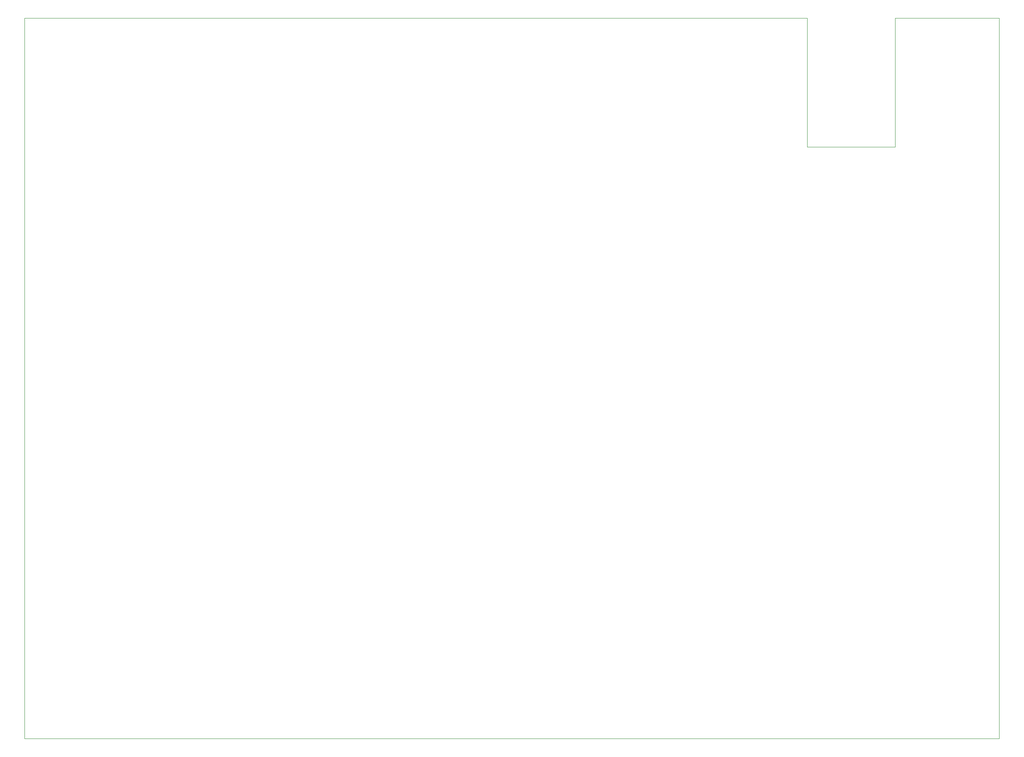
<source format=gm1>
G04 #@! TF.FileFunction,Profile,NP*
%FSLAX46Y46*%
G04 Gerber Fmt 4.6, Leading zero omitted, Abs format (unit mm)*
G04 Created by KiCad (PCBNEW 4.0.5+dfsg1-4) date Wed Feb  8 17:15:58 2017*
%MOMM*%
%LPD*%
G01*
G04 APERTURE LIST*
%ADD10C,0.100000*%
G04 APERTURE END LIST*
D10*
X258000500Y-73152000D02*
X276500000Y-73152000D01*
X257987800Y-46000000D02*
X93000000Y-46000000D01*
X276500000Y-46000000D02*
X298500000Y-46000000D01*
X258000000Y-73152000D02*
X258000000Y-46000000D01*
X276500000Y-73152000D02*
X276500000Y-46000000D01*
X298500000Y-198000000D02*
X298500000Y-46000000D01*
X93000000Y-198000000D02*
X298500000Y-198000000D01*
X93000000Y-46000000D02*
X93000000Y-198000000D01*
M02*

</source>
